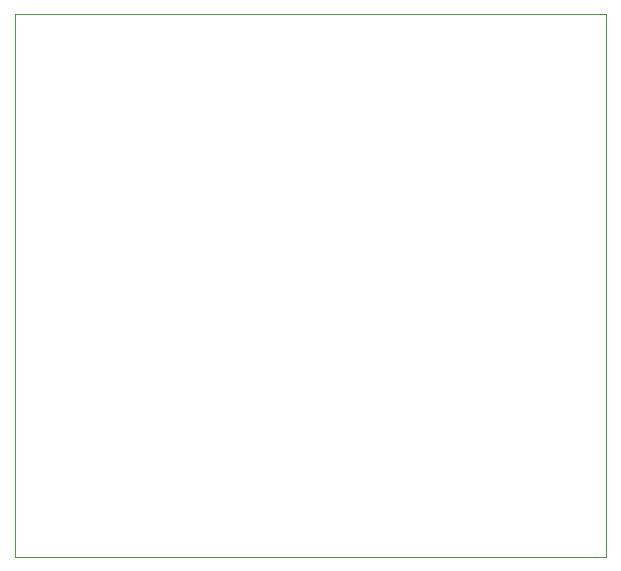
<source format=gbr>
%TF.GenerationSoftware,KiCad,Pcbnew,(5.1.9)-1*%
%TF.CreationDate,2022-07-08T18:02:33+09:00*%
%TF.ProjectId,Transmitter,5472616e-736d-4697-9474-65722e6b6963,rev?*%
%TF.SameCoordinates,Original*%
%TF.FileFunction,Profile,NP*%
%FSLAX46Y46*%
G04 Gerber Fmt 4.6, Leading zero omitted, Abs format (unit mm)*
G04 Created by KiCad (PCBNEW (5.1.9)-1) date 2022-07-08 18:02:33*
%MOMM*%
%LPD*%
G01*
G04 APERTURE LIST*
%TA.AperFunction,Profile*%
%ADD10C,0.050000*%
%TD*%
G04 APERTURE END LIST*
D10*
X171000000Y-116000000D02*
X171000000Y-70000000D01*
X121000000Y-116000000D02*
X121000000Y-70000000D01*
X121000000Y-116000000D02*
X171000000Y-116000000D01*
X121000000Y-70000000D02*
X171000000Y-70000000D01*
M02*

</source>
